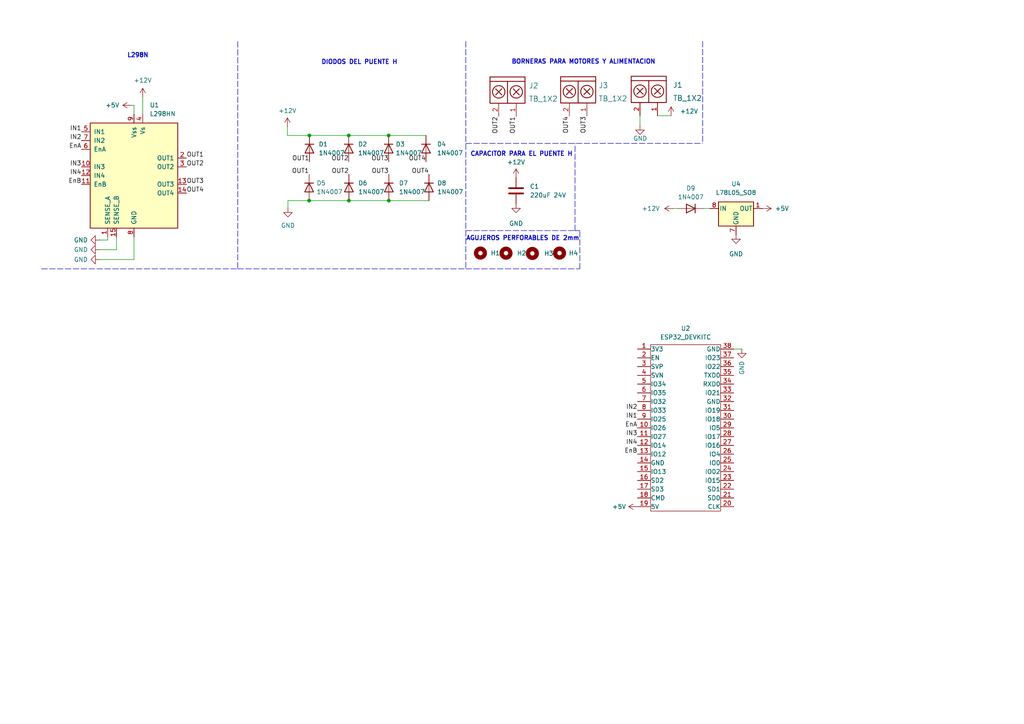
<source format=kicad_sch>
(kicad_sch (version 20211123) (generator eeschema)
  (paper "A4")
  (lib_symbols
    (symbol "Device:C" (pin_numbers hide) (pin_names (offset 0.254))
      (property "Reference" "C" (at 0.635 2.54 0))
      (property "Value" "C" (at 0.635 -2.54 0))
      (symbol "C_0_1"
        (polyline (pts (xy -2.032 -0.762) (xy 2.032 -0.762)) (stroke (width 0.508)))
        (polyline (pts (xy -2.032 0.762) (xy 2.032 0.762)) (stroke (width 0.508)))
      )
      (symbol "C_1_1"
        (pin passive line (at 0 3.81 270) (length 2.794) (name "~") (number "1"))
        (pin passive line (at 0 -3.81 90) (length 2.794) (name "~") (number "2"))
      )
    )
    (symbol "Diode:1N4007" (pin_numbers hide) (pin_names (offset 1.016) hide)
      (property "Reference" "D" (at 0 2.54 0))
      (property "Value" "1N4007" (at 0 -2.54 0))
      (symbol "1N4007_0_1"
        (polyline (pts (xy -1.27 1.27) (xy -1.27 -1.27)) (stroke (width 0.254)))
        (polyline (pts (xy 1.27 0) (xy -1.27 0)))
        (polyline (pts (xy 1.27 1.27) (xy 1.27 -1.27) (xy -1.27 0) (xy 1.27 1.27)) (stroke (width 0.254)))
      )
      (symbol "1N4007_1_1"
        (pin passive line (at -3.81 0 0) (length 2.54) (name "K") (number "1"))
        (pin passive line (at 3.81 0 180) (length 2.54) (name "A") (number "2"))
      )
    )
    (symbol "Driver_Motor:L298HN" (pin_names (offset 1.016))
      (property "Reference" "U" (at -10.16 16.51 0))
      (property "Value" "L298HN" (at 12.7 16.51 0))
      (symbol "L298HN_0_1"
        (rectangle (start -12.7 15.24) (end 12.7 -15.24) (stroke (width 0.254)) (fill (type background)))
      )
      (symbol "L298HN_1_1"
        (pin power_in line (at -7.62 -17.78 90) (length 2.54) (name "SENSE_A") (number "1"))
        (pin input line (at -15.24 2.54 0) (length 2.54) (name "IN3") (number "10"))
        (pin input line (at -15.24 -2.54 0) (length 2.54) (name "EnB") (number "11"))
        (pin input line (at -15.24 0 0) (length 2.54) (name "IN4") (number "12"))
        (pin output line (at 15.24 -2.54 180) (length 2.54) (name "OUT3") (number "13"))
        (pin output line (at 15.24 -5.08 180) (length 2.54) (name "OUT4") (number "14"))
        (pin power_in line (at -5.08 -17.78 90) (length 2.54) (name "SENSE_B") (number "15"))
        (pin output line (at 15.24 5.08 180) (length 2.54) (name "OUT1") (number "2"))
        (pin output line (at 15.24 2.54 180) (length 2.54) (name "OUT2") (number "3"))
        (pin power_in line (at 2.54 17.78 270) (length 2.54) (name "Vs") (number "4"))
        (pin input line (at -15.24 12.7 0) (length 2.54) (name "IN1") (number "5"))
        (pin input line (at -15.24 7.62 0) (length 2.54) (name "EnA") (number "6"))
        (pin input line (at -15.24 10.16 0) (length 2.54) (name "IN2") (number "7"))
        (pin power_in line (at 0 -17.78 90) (length 2.54) (name "GND") (number "8"))
        (pin power_in line (at 0 17.78 270) (length 2.54) (name "Vss") (number "9"))
      )
    )
    (symbol "EESTN5:ESP32_DEVKITC" (pin_names (offset 0.0254))
      (property "Reference" "U" (at 0 25.4 0))
      (property "Value" "ESP32_DEVKITC" (at 0 -25.4 0))
      (symbol "ESP32_DEVKITC_0_1"
        (rectangle (start -10.16 24.13) (end 10.16 -24.13))
      )
      (symbol "ESP32_DEVKITC_1_1"
        (pin passive line (at -13.97 22.86 0) (length 3.81) (name "3V3") (number "1"))
        (pin passive line (at -13.97 0 0) (length 3.81) (name "IO26") (number "10"))
        (pin passive line (at -13.97 -2.54 0) (length 3.81) (name "IO27") (number "11"))
        (pin passive line (at -13.97 -5.08 0) (length 3.81) (name "IO14") (number "12"))
        (pin passive line (at -13.97 -7.62 0) (length 3.81) (name "IO12") (number "13"))
        (pin passive line (at -13.97 -10.16 0) (length 3.81) (name "GND") (number "14"))
        (pin passive line (at -13.97 -12.7 0) (length 3.81) (name "IO13") (number "15"))
        (pin passive line (at -13.97 -15.24 0) (length 3.81) (name "SD2") (number "16"))
        (pin passive line (at -13.97 -17.78 0) (length 3.81) (name "SD3") (number "17"))
        (pin passive line (at -13.97 -20.32 0) (length 3.81) (name "CMD") (number "18"))
        (pin passive line (at -13.97 -22.86 0) (length 3.81) (name "5V") (number "19"))
        (pin passive line (at -13.97 20.32 0) (length 3.81) (name "EN") (number "2"))
        (pin passive line (at 13.97 -22.86 180) (length 3.81) (name "CLK") (number "20"))
        (pin passive line (at 13.97 -20.32 180) (length 3.81) (name "SD0") (number "21"))
        (pin passive line (at 13.97 -17.78 180) (length 3.81) (name "SD1") (number "22"))
        (pin passive line (at 13.97 -15.24 180) (length 3.81) (name "IO15") (number "23"))
        (pin passive line (at 13.97 -12.7 180) (length 3.81) (name "IO02") (number "24"))
        (pin passive line (at 13.97 -10.16 180) (length 3.81) (name "IO0") (number "25"))
        (pin passive line (at 13.97 -7.62 180) (length 3.81) (name "IO4") (number "26"))
        (pin passive line (at 13.97 -5.08 180) (length 3.81) (name "IO16") (number "27"))
        (pin passive line (at 13.97 -2.54 180) (length 3.81) (name "IO17") (number "28"))
        (pin passive line (at 13.97 0 180) (length 3.81) (name "IO5") (number "29"))
        (pin passive line (at -13.97 17.78 0) (length 3.81) (name "SVP") (number "3"))
        (pin passive line (at 13.97 2.54 180) (length 3.81) (name "IO18") (number "30"))
        (pin passive line (at 13.97 5.08 180) (length 3.81) (name "IO19") (number "31"))
        (pin passive line (at 13.97 7.62 180) (length 3.81) (name "GND") (number "32"))
        (pin passive line (at 13.97 10.16 180) (length 3.81) (name "IO21") (number "33"))
        (pin passive line (at 13.97 12.7 180) (length 3.81) (name "RXD0") (number "34"))
        (pin passive line (at 13.97 15.24 180) (length 3.81) (name "TXD0") (number "35"))
        (pin passive line (at 13.97 17.78 180) (length 3.81) (name "IO22") (number "36"))
        (pin passive line (at 13.97 20.32 180) (length 3.81) (name "IO23") (number "37"))
        (pin passive line (at 13.97 22.86 180) (length 3.81) (name "GND") (number "38"))
        (pin passive line (at -13.97 15.24 0) (length 3.81) (name "SVN") (number "4"))
        (pin passive line (at -13.97 12.7 0) (length 3.81) (name "IO34") (number "5"))
        (pin passive line (at -13.97 10.16 0) (length 3.81) (name "IO35") (number "6"))
        (pin passive line (at -13.97 7.62 0) (length 3.81) (name "IO32") (number "7"))
        (pin passive line (at -13.97 5.08 0) (length 3.81) (name "IO33") (number "8"))
        (pin passive line (at -13.97 2.54 0) (length 3.81) (name "IO25") (number "9"))
      )
    )
    (symbol "EESTN5:Mounting_Hole" (pin_names (offset 1.016))
      (property "Reference" "H" (at 0 5.08 0))
      (symbol "Mounting_Hole_0_1"
        (circle (center 0 0) (radius 1.27) (stroke (width 1.27)))
      )
    )
    (symbol "EESTN5:TB_1X2" (pin_names (offset 1.016))
      (property "Reference" "J" (at 0 7.62 0))
      (property "Value" "TB_1X2" (at 1.27 -7.62 0))
      (symbol "TB_1X2_0_1"
        (rectangle (start -2.54 5.08) (end 5.08 -5.08) (stroke (width 0.254)))
        (polyline (pts (xy -1.27 0) (xy 5.08 0)) (stroke (width 0.254)))
        (polyline (pts (xy -1.27 5.08) (xy -1.27 -5.08)) (stroke (width 0.254)))
        (polyline (pts (xy 0.889 -3.429) (xy 2.667 -1.651)) (stroke (width 0.254)))
        (polyline (pts (xy 0.889 -1.651) (xy 2.667 -3.429)) (stroke (width 0.254)))
        (polyline (pts (xy 0.889 1.651) (xy 2.667 3.429)) (stroke (width 0.254)))
        (polyline (pts (xy 0.889 3.429) (xy 2.667 1.651)) (stroke (width 0.254)))
        (circle (center 1.778 -2.54) (radius 1.8034) (stroke (width 0.254)))
        (circle (center 1.778 2.54) (radius 1.8034) (stroke (width 0.254)))
      )
      (symbol "TB_1X2_1_1"
        (pin input line (at 8.89 2.54 180) (length 3.81) (name "~") (number "1"))
        (pin input line (at 8.89 -2.54 180) (length 3.81) (name "~") (number "2"))
      )
    )
    (symbol "Regulator_Linear:L78L05_SO8" (pin_names (offset 0.254))
      (property "Reference" "U" (at -3.81 3.175 0))
      (property "Value" "L78L05_SO8" (at 0 3.175 0))
      (symbol "L78L05_SO8_0_1"
        (rectangle (start -5.08 1.905) (end 5.08 -5.08) (stroke (width 0.254)) (fill (type background)))
      )
      (symbol "L78L05_SO8_1_1"
        (pin power_out line (at 7.62 0 180) (length 2.54) (name "OUT") (number "1"))
        (pin passive line (at 0 -7.62 90) (length 2.54) hide (name "GND") (number "2"))
        (pin passive line (at 0 -7.62 90) (length 2.54) hide (name "GND") (number "3"))
        (pin no_connect line (at -5.08 -2.54 0) (length 2.54) hide (name "NC") (number "4"))
        (pin no_connect line (at 5.08 -2.54 180) (length 2.54) hide (name "NC") (number "5"))
        (pin passive line (at 0 -7.62 90) (length 2.54) hide (name "GND") (number "6"))
        (pin power_in line (at 0 -7.62 90) (length 2.54) (name "GND") (number "7"))
        (pin power_in line (at -7.62 0 0) (length 2.54) (name "IN") (number "8"))
      )
    )
    (symbol "power:+12V" (power) (pin_names (offset 0))
      (property "Value" "+12V" (at 0 3.556 0))
      (symbol "+12V_0_1"
        (polyline (pts (xy -0.762 1.27) (xy 0 2.54)))
        (polyline (pts (xy 0 0) (xy 0 2.54)))
        (polyline (pts (xy 0 2.54) (xy 0.762 1.27)))
      )
      (symbol "+12V_1_1"
        (pin power_in line (at 0 0 90) (length 0) hide (name "+12V") (number "1"))
      )
    )
    (symbol "power:+5V" (power) (pin_names (offset 0))
      (property "Value" "+5V" (at 0 3.556 0))
      (symbol "+5V_0_1"
        (polyline (pts (xy -0.762 1.27) (xy 0 2.54)))
        (polyline (pts (xy 0 0) (xy 0 2.54)))
        (polyline (pts (xy 0 2.54) (xy 0.762 1.27)))
      )
      (symbol "+5V_1_1"
        (pin power_in line (at 0 0 90) (length 0) hide (name "+5V") (number "1"))
      )
    )
    (symbol "power:GND" (power) (pin_names (offset 0))
      (property "Value" "GND" (at 0 -3.81 0))
      (symbol "GND_0_1"
        (polyline (pts (xy 0 0) (xy 0 -1.27) (xy 1.27 -1.27) (xy 0 -2.54) (xy -1.27 -1.27) (xy 0 -1.27)))
      )
      (symbol "GND_1_1"
        (pin power_in line (at 0 0 270) (length 0) hide (name "GND") (number "1"))
      )
    )
  )
  (junction (at 89.7382 39.2938))
  (junction (at 112.776 58.1914))
  (junction (at 89.662 58.1914))
  (junction (at 101.1936 58.1914))
  (junction (at 101.1428 39.2938))
  (junction (at 112.7252 39.2938))
  (wire (pts (xy 33.782 72.4154) (xy 28.9306 72.4154)))
  (wire (pts (xy 101.1936 58.1914) (xy 89.662 58.1914)))
  (wire (pts (xy 31.242 68.707) (xy 31.242 69.6214)))
  (wire (pts (xy 190.7032 33.5534) (xy 194.6402 33.5534)))
  (wire (pts (xy 31.242 69.6214) (xy 28.9306 69.6214)))
  (wire (pts (xy 204.1652 60.4774) (xy 205.867 60.4774)))
  (polyline (pts (xy 135.1026 66.8782) (xy 166.7764 66.8782)))
  (polyline (pts (xy 168.1734 66.9036) (xy 166.8018 66.9036)))
  (wire (pts (xy 83.3628 36.7538) (xy 83.3628 39.2938)))
  (wire (pts (xy 38.862 75.2856) (xy 28.9306 75.2856)))
  (polyline (pts (xy 135.1026 77.978) (xy 168.1734 77.978)))
  (wire (pts (xy 195.326 60.4774) (xy 196.5452 60.4774)))
  (polyline (pts (xy 168.1734 77.978) (xy 168.1734 66.9036)))
  (polyline (pts (xy 12.065 77.978) (xy 68.961 77.978)))
  (wire (pts (xy 124.4092 58.1914) (xy 112.776 58.1914)))
  (wire (pts (xy 38.1508 30.5308) (xy 38.862 30.5308)))
  (wire (pts (xy 83.5152 58.1914) (xy 83.5152 60.3758)))
  (polyline (pts (xy 68.961 77.978) (xy 135.1026 77.978)))
  (wire (pts (xy 33.782 68.707) (xy 33.782 72.4154)))
  (polyline (pts (xy 135.128 41.6052) (xy 203.8096 41.6052)))
  (wire (pts (xy 89.662 58.1914) (xy 83.5152 58.1914)))
  (wire (pts (xy 112.7252 39.2938) (xy 123.5456 39.2938)))
  (wire (pts (xy 83.3628 39.2938) (xy 89.7382 39.2938)))
  (wire (pts (xy 89.7382 39.2938) (xy 101.1428 39.2938)))
  (wire (pts (xy 112.776 58.1914) (xy 101.1936 58.1914)))
  (polyline (pts (xy 166.7764 66.8782) (xy 166.7764 41.6052)))
  (wire (pts (xy 38.862 68.707) (xy 38.862 75.2856)))
  (wire (pts (xy 215.1634 101.2444) (xy 212.8266 101.2444)))
  (wire (pts (xy 38.862 30.5308) (xy 38.862 33.147)))
  (wire (pts (xy 185.6232 33.5534) (xy 185.6232 36.449)))
  (wire (pts (xy 41.402 28.1686) (xy 41.402 33.147)))
  (polyline (pts (xy 203.8096 11.9888) (xy 203.8096 41.6052)))
  (wire (pts (xy 101.1428 39.2938) (xy 112.7252 39.2938)))
  (polyline (pts (xy 135.1026 12.0142) (xy 135.1026 77.978)))
  (polyline (pts (xy 68.961 12.065) (xy 68.961 77.978)))
  (text "CAPACITOR PARA EL PUENTE H" (at 136.3726 45.5168 0) (effects (font (size 1.27 1.27) bold) (justify left bottom)))
  (text "BORNERAS PARA MOTORES Y ALIMENTACION\n\n" (at 148.3106 20.8026 0) (effects (font (size 1.27 1.27) (thickness 0.254) bold) (justify left bottom)))
  (text "L298N \n" (at 36.83 16.891 0) (effects (font (size 1.27 1.27) (thickness 0.254) bold) (justify left bottom)))
  (text "AGUJEROS PERFORABLES DE 2mm\n" (at 135.128 69.9516 0) (effects (font (size 1.27 1.27) bold) (justify left bottom)))
  (text "DIODOS DEL PUENTE H" (at 93.1418 18.8722 0) (effects (font (size 1.27 1.27) (thickness 0.254) bold) (justify left bottom)))
  (label "OUT2" (at 101.1936 50.5714 180))
  (label "OUT4" (at 124.4092 50.5714 180))
  (label "IN2" (at 23.622 40.767 180))
  (label "EnB" (at 23.622 53.467 180))
  (label "IN3" (at 184.8866 126.6444 180))
  (label "IN2" (at 184.8866 119.0244 180))
  (label "OUT2" (at 144.653 33.7566 270))
  (label "IN3" (at 23.622 48.387 180))
  (label "OUT2" (at 54.102 48.387 0))
  (label "OUT4" (at 54.102 56.007 0))
  (label "OUT1" (at 89.7382 46.9138 180))
  (label "IN1" (at 23.622 38.227 180))
  (label "OUT3" (at 112.7252 46.9138 180))
  (label "IN4" (at 184.8866 129.1844 180))
  (label "EnB" (at 184.8866 131.7244 180))
  (label "OUT3" (at 54.102 53.467 0))
  (label "OUT1" (at 54.102 45.847 0))
  (label "OUT3" (at 112.776 50.5714 180))
  (label "EnA" (at 184.8866 124.1044 180))
  (label "OUT1" (at 89.662 50.5714 180))
  (label "OUT4" (at 123.5456 46.9138 180))
  (label "OUT2" (at 101.1428 46.9138 180))
  (label "OUT1" (at 149.733 33.7566 270))
  (label "OUT3" (at 170.2308 33.6804 270))
  (label "OUT4" (at 165.1508 33.6804 270))
  (label "IN4" (at 23.622 50.927 180))
  (label "IN1" (at 184.8866 121.5644 180))
  (label "EnA" (at 23.622 43.307 180))
  (symbol (lib_id "EESTN5:ESP32_DEVKITC") (at 198.8566 124.1044 0) (unit 1)
    (property "Reference" "U2" (at 198.8566 95.25 0))
    (property "Value" "ESP32_DEVKITC" (at 198.8566 97.79 0))
    (property "Footprint" "EESTN5:ESP32_DEVKITC" (effects hide))
  )
  (symbol (lib_id "Regulator_Linear:L78L05_SO8") (at 213.487 60.4774 0) (unit 1)
    (property "Reference" "U4" (at 213.487 53.34 0))
    (property "Value" "L78L05_SO8" (at 213.487 55.88 0))
    (property "Footprint" "EESTN5:Pin_Header_3" (effects hide))
    (property "Datasheet" "http://www.st.com/content/ccc/resource/technical/document/datasheet/15/55/e5/aa/23/5b/43/fd/CD00000446.pdf/files/CD00000446.pdf/jcr:content/translations/en.CD00000446.pdf" (effects hide))
  )
  (symbol (lib_id "Diode:1N4007") (at 112.7252 43.1038 270) (unit 1)
    (property "Reference" "D3" (at 114.7572 41.8337 90) (effects (justify left)))
    (property "Value" "1N4007" (at 114.7572 44.3737 90) (effects (justify left)))
    (property "Footprint" "Diode_THT:D_DO-41_SOD81_P10.16mm_Horizontal" (effects hide))
    (property "Datasheet" "http://www.vishay.com/docs/88503/1n4001.pdf" (effects hide))
  )
  (symbol (lib_id "power:+12V") (at 83.3628 36.7538 0) (unit 1)
    (property "Reference" "#PWR0106" (effects hide))
    (property "Value" "+12V" (at 83.3628 32.131 0))
  )
  (symbol (lib_id "Device:C") (at 149.6822 55.3466 0) (unit 1)
    (property "Reference" "C1" (at 153.67 54.0765 0) (effects (justify left)))
    (property "Value" "220uF 24V" (at 153.67 56.6165 0) (effects (justify left)))
    (property "Footprint" "EESTN5:CAP_ELEC_10X8mm" (effects hide))
  )
  (symbol (lib_id "power:+12V") (at 41.402 28.1686 0) (unit 1)
    (property "Reference" "#PWR0104" (effects hide))
    (property "Value" "+12V" (at 41.402 23.3172 0))
  )
  (symbol (lib_id "EESTN5:TB_1X2") (at 147.193 24.8666 270) (unit 1)
    (property "Reference" "J2" (at 153.3398 24.8666 90) (effects (font (size 1.524 1.524)) (justify left)))
    (property "Value" "TB_1X2" (at 153.3398 28.6766 90) (effects (font (size 1.524 1.524)) (justify left)))
    (property "Footprint" "EESTN5:BORNERA2_AZUL" (effects hide))
  )
  (symbol (lib_id "power:+5V") (at 184.8866 146.9644 90) (unit 1)
    (property "Reference" "#PWR0112" (effects hide))
    (property "Value" "+5V" (at 181.61 146.9643 90) (effects (justify left)))
  )
  (symbol (lib_id "Driver_Motor:L298HN") (at 38.862 50.927 0) (unit 1)
    (property "Reference" "U1" (at 43.4214 30.48 0) (effects (justify left)))
    (property "Value" "L298HN" (at 43.4214 33.02 0) (effects (justify left)))
    (property "Footprint" "Package_TO_SOT_THT:TO-220-15_P2.54x2.54mm_StaggerOdd_Lead4.58mm_Vertical" (effects hide))
    (property "Datasheet" "http://www.st.com/st-web-ui/static/active/en/resource/technical/document/datasheet/CD00000240.pdf" (effects hide))
  )
  (symbol (lib_id "power:+5V") (at 221.107 60.4774 270) (unit 1)
    (property "Reference" "#PWR0115" (effects hide))
    (property "Value" "+5V" (at 224.7646 60.4773 90) (effects (justify left)))
  )
  (symbol (lib_id "power:GND") (at 28.9306 75.2856 270) (unit 1)
    (property "Reference" "#PWR0103" (effects hide))
    (property "Value" "GND" (at 21.4122 75.2856 90) (effects (justify left)))
  )
  (symbol (lib_id "Diode:1N4007") (at 101.1936 54.3814 270) (unit 1)
    (property "Reference" "D6" (at 103.886 53.1113 90) (effects (justify left)))
    (property "Value" "1N4007" (at 103.886 55.6513 90) (effects (justify left)))
    (property "Footprint" "Diode_THT:D_DO-41_SOD81_P10.16mm_Horizontal" (effects hide))
    (property "Datasheet" "http://www.vishay.com/docs/88503/1n4001.pdf" (effects hide))
  )
  (symbol (lib_id "power:GND") (at 149.6822 59.1566 0) (unit 1)
    (property "Reference" "#PWR0111" (effects hide))
    (property "Value" "GND" (at 149.6822 64.8208 0))
  )
  (symbol (lib_id "Diode:1N4007") (at 89.662 54.3814 270) (unit 1)
    (property "Reference" "D5" (at 91.7956 53.1113 90) (effects (justify left)))
    (property "Value" "1N4007" (at 91.7956 55.6513 90) (effects (justify left)))
    (property "Footprint" "Diode_THT:D_DO-41_SOD81_P10.16mm_Horizontal" (effects hide))
    (property "Datasheet" "http://www.vishay.com/docs/88503/1n4001.pdf" (effects hide))
  )
  (symbol (lib_id "Diode:1N4007") (at 200.3552 60.4774 180) (unit 1)
    (property "Reference" "D9" (at 200.3552 54.61 0))
    (property "Value" "1N4007" (at 200.3552 57.15 0))
    (property "Footprint" "Diode_THT:D_DO-41_SOD81_P10.16mm_Horizontal" (effects hide))
    (property "Datasheet" "http://www.vishay.com/docs/88503/1n4001.pdf" (effects hide))
  )
  (symbol (lib_id "power:+5V") (at 38.1508 30.5308 90) (unit 1)
    (property "Reference" "#PWR0105" (effects hide))
    (property "Value" "+5V" (at 34.6456 30.5307 90) (effects (justify left)))
  )
  (symbol (lib_id "Diode:1N4007") (at 112.776 54.3814 270) (unit 1)
    (property "Reference" "D7" (at 115.6716 53.1113 90) (effects (justify left)))
    (property "Value" "1N4007" (at 115.6716 55.6513 90) (effects (justify left)))
    (property "Footprint" "Diode_THT:D_DO-41_SOD81_P10.16mm_Horizontal" (effects hide))
    (property "Datasheet" "http://www.vishay.com/docs/88503/1n4001.pdf" (effects hide))
  )
  (symbol (lib_id "Diode:1N4007") (at 123.5456 43.1038 270) (unit 1)
    (property "Reference" "D4" (at 126.7206 41.8337 90) (effects (justify left)))
    (property "Value" "1N4007" (at 126.7206 44.3737 90) (effects (justify left)))
    (property "Footprint" "Diode_THT:D_DO-41_SOD81_P10.16mm_Horizontal" (effects hide))
    (property "Datasheet" "http://www.vishay.com/docs/88503/1n4001.pdf" (effects hide))
  )
  (symbol (lib_id "power:+12V") (at 149.6822 51.5366 0) (unit 1)
    (property "Reference" "#PWR0110" (effects hide))
    (property "Value" "+12V" (at 149.6822 47.0408 0))
  )
  (symbol (lib_id "power:GND") (at 28.9306 69.6214 270) (unit 1)
    (property "Reference" "#PWR0102" (effects hide))
    (property "Value" "GND" (at 25.5016 69.6213 90) (effects (justify right)))
  )
  (symbol (lib_id "power:GND") (at 28.9306 72.4154 270) (unit 1)
    (property "Reference" "#PWR0101" (effects hide))
    (property "Value" "GND" (at 21.4122 72.4154 90) (effects (justify left)))
  )
  (symbol (lib_id "EESTN5:TB_1X2") (at 167.6908 24.7904 270) (unit 1)
    (property "Reference" "J3" (at 173.5582 24.7904 90) (effects (font (size 1.524 1.524)) (justify left)))
    (property "Value" "TB_1X2" (at 173.5582 28.6004 90) (effects (font (size 1.524 1.524)) (justify left)))
    (property "Footprint" "EESTN5:BORNERA2_AZUL" (effects hide))
  )
  (symbol (lib_id "power:GND") (at 213.487 68.0974 0) (unit 1)
    (property "Reference" "#PWR0116" (effects hide))
    (property "Value" "GND" (at 213.487 73.66 0))
  )
  (symbol (lib_id "EESTN5:Mounting_Hole") (at 154.4066 73.5076 0) (unit 1)
    (property "Reference" "H3" (at 157.8102 73.5075 0) (effects (justify left)))
    (property "Value" "Mounting_Hole" (effects hide))
    (property "Footprint" "EESTN5:Tornillo_M3_8mm" (effects hide))
  )
  (symbol (lib_id "power:+12V") (at 195.326 60.4774 90) (unit 1)
    (property "Reference" "#PWR0114" (effects hide))
    (property "Value" "+12V" (at 191.4144 60.4773 90) (effects (justify left)))
  )
  (symbol (lib_id "power:GND") (at 83.5152 60.3758 0) (unit 1)
    (property "Reference" "#PWR0107" (effects hide))
    (property "Value" "GND" (at 83.5152 65.405 0))
  )
  (symbol (lib_id "power:GND") (at 185.6232 36.449 0) (unit 1)
    (property "Reference" "#PWR0109" (effects hide))
    (property "Value" "GND" (at 183.642 40.1574 0) (effects (justify left)))
  )
  (symbol (lib_id "power:GND") (at 215.1634 101.2444 0) (unit 1)
    (property "Reference" "#PWR0113" (effects hide))
    (property "Value" "GND" (at 215.1634 108.7628 90) (effects (justify left)))
  )
  (symbol (lib_id "EESTN5:Mounting_Hole") (at 162.2806 73.406 0) (unit 1)
    (property "Reference" "H4" (at 164.9476 73.4059 0) (effects (justify left)))
    (property "Value" "Mounting_Hole" (effects hide))
    (property "Footprint" "EESTN5:Tornillo_M3_8mm" (effects hide))
  )
  (symbol (lib_id "EESTN5:Mounting_Hole") (at 146.7612 73.4314 0) (unit 1)
    (property "Reference" "H2" (at 149.9108 73.4313 0) (effects (justify left)))
    (property "Value" "Mounting_Hole" (effects hide))
    (property "Footprint" "EESTN5:Tornillo_M3_8mm" (effects hide))
  )
  (symbol (lib_id "EESTN5:Mounting_Hole") (at 139.3444 73.406 0) (unit 1)
    (property "Reference" "H1" (at 142.2908 73.4059 0) (effects (justify left)))
    (property "Value" "Mounting_Hole" (effects hide))
    (property "Footprint" "EESTN5:Tornillo_M3_8mm" (effects hide))
  )
  (symbol (lib_id "Diode:1N4007") (at 101.1428 43.1038 270) (unit 1)
    (property "Reference" "D2" (at 103.8098 41.8337 90) (effects (justify left)))
    (property "Value" "1N4007" (at 103.8098 44.3737 90) (effects (justify left)))
    (property "Footprint" "Diode_THT:D_DO-41_SOD81_P10.16mm_Horizontal" (effects hide))
    (property "Datasheet" "http://www.vishay.com/docs/88503/1n4001.pdf" (effects hide))
  )
  (symbol (lib_id "power:+12V") (at 194.6402 33.5534 0) (unit 1)
    (property "Reference" "#PWR0108" (effects hide))
    (property "Value" "+12V" (at 197.2056 32.2833 0) (effects (justify left)))
  )
  (symbol (lib_id "Diode:1N4007") (at 89.7382 43.1038 270) (unit 1)
    (property "Reference" "D1" (at 92.4052 41.8337 90) (effects (justify left)))
    (property "Value" "1N4007" (at 92.4052 44.3737 90) (effects (justify left)))
    (property "Footprint" "Diode_THT:D_DO-41_SOD81_P10.16mm_Horizontal" (effects hide))
    (property "Datasheet" "http://www.vishay.com/docs/88503/1n4001.pdf" (effects hide))
  )
  (symbol (lib_id "Diode:1N4007") (at 124.4092 54.3814 270) (unit 1)
    (property "Reference" "D8" (at 126.7968 53.1113 90) (effects (justify left)))
    (property "Value" "1N4007" (at 126.7968 55.6513 90) (effects (justify left)))
    (property "Footprint" "Diode_THT:D_DO-41_SOD81_P10.16mm_Horizontal" (effects hide))
    (property "Datasheet" "http://www.vishay.com/docs/88503/1n4001.pdf" (effects hide))
  )
  (symbol (lib_id "EESTN5:TB_1X2") (at 188.1632 24.6634 270) (unit 1)
    (property "Reference" "J1" (at 195.1482 24.6634 90) (effects (font (size 1.524 1.524)) (justify left)))
    (property "Value" "TB_1X2" (at 195.1482 28.4734 90) (effects (font (size 1.524 1.524)) (justify left)))
    (property "Footprint" "EESTN5:BORNERA2_AZUL" (effects hide))
  )
)
</source>
